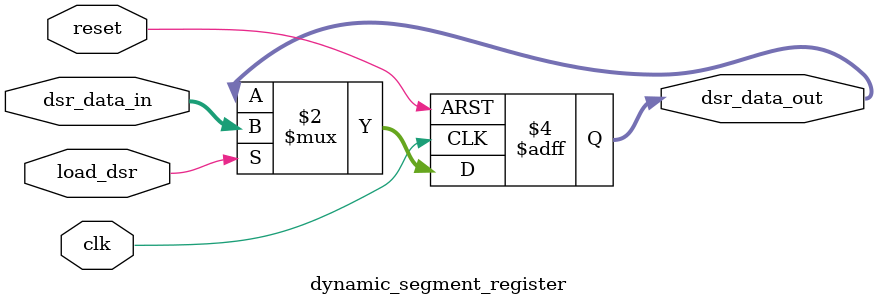
<source format=v>
module dynamic_segment_register (
    input clk,
    input reset,
    input load_dsr,
    input [15:0] dsr_data_in,  
    output reg [15:0] dsr_data_out 
);

always @(posedge clk or posedge reset) begin
    if (reset) begin
        dsr_data_out <= 16'd0; 
    end else if (load_dsr) begin
        dsr_data_out <= dsr_data_in;
    end
end

endmodule

</source>
